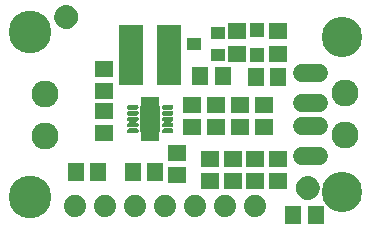
<source format=gbr>
G04 EAGLE Gerber RS-274X export*
G75*
%MOMM*%
%FSLAX34Y34*%
%LPD*%
%INSoldermask Top*%
%IPPOS*%
%AMOC8*
5,1,8,0,0,1.08239X$1,22.5*%
G01*
%ADD10R,0.331600X0.901600*%
%ADD11R,2.101600X5.101600*%
%ADD12R,1.601600X1.401600*%
%ADD13R,1.401600X1.601600*%
%ADD14R,1.301600X1.301600*%
%ADD15C,1.101600*%
%ADD16C,0.500000*%
%ADD17C,3.617600*%
%ADD18C,2.286000*%
%ADD19R,1.301600X1.101600*%
%ADD20C,1.559600*%
%ADD21C,3.417600*%
%ADD22C,1.879600*%

G36*
X134405Y72639D02*
X134405Y72639D01*
X134405Y72640D01*
X134405Y80435D01*
X135700Y80435D01*
X135705Y80439D01*
X135705Y80440D01*
X135705Y102440D01*
X135701Y102445D01*
X135700Y102445D01*
X134405Y102445D01*
X134405Y110240D01*
X134401Y110245D01*
X134400Y110245D01*
X119600Y110245D01*
X119595Y110241D01*
X119595Y110240D01*
X119595Y102445D01*
X118300Y102445D01*
X118295Y102441D01*
X118295Y102440D01*
X118295Y80440D01*
X118299Y80435D01*
X118300Y80435D01*
X119595Y80435D01*
X119595Y72640D01*
X119599Y72635D01*
X119600Y72635D01*
X134400Y72635D01*
X134405Y72639D01*
G37*
G36*
X115000Y99335D02*
X115000Y99335D01*
X115001Y99335D01*
X115570Y99410D01*
X115571Y99411D01*
X115571Y99410D01*
X116102Y99630D01*
X116102Y99631D01*
X116103Y99631D01*
X116559Y99980D01*
X116559Y99981D01*
X116560Y99981D01*
X116909Y100437D01*
X116909Y100438D01*
X116910Y100438D01*
X117130Y100969D01*
X117129Y100969D01*
X117129Y100970D01*
X117130Y100970D01*
X117131Y100974D01*
X117131Y100979D01*
X117132Y100984D01*
X117132Y100989D01*
X117133Y100989D01*
X117132Y100989D01*
X117140Y101044D01*
X117140Y101049D01*
X117141Y101054D01*
X117142Y101059D01*
X117142Y101063D01*
X117142Y101064D01*
X117149Y101118D01*
X117150Y101118D01*
X117150Y101123D01*
X117151Y101128D01*
X117151Y101133D01*
X117152Y101138D01*
X117153Y101143D01*
X117159Y101193D01*
X117160Y101198D01*
X117161Y101203D01*
X117161Y101208D01*
X117162Y101213D01*
X117163Y101218D01*
X117169Y101267D01*
X117170Y101272D01*
X117170Y101277D01*
X117171Y101282D01*
X117172Y101287D01*
X117172Y101292D01*
X117180Y101347D01*
X117180Y101352D01*
X117181Y101357D01*
X117182Y101362D01*
X117182Y101367D01*
X117189Y101421D01*
X117190Y101426D01*
X117191Y101431D01*
X117191Y101436D01*
X117192Y101441D01*
X117199Y101496D01*
X117200Y101501D01*
X117201Y101506D01*
X117201Y101511D01*
X117202Y101516D01*
X117202Y101521D01*
X117203Y101521D01*
X117202Y101521D01*
X117205Y101539D01*
X117204Y101540D01*
X117205Y101541D01*
X117137Y102058D01*
X117136Y102059D01*
X117136Y102060D01*
X116937Y102542D01*
X116936Y102542D01*
X116936Y102543D01*
X116618Y102957D01*
X116617Y102957D01*
X116617Y102958D01*
X116203Y103276D01*
X116202Y103276D01*
X116202Y103277D01*
X115720Y103476D01*
X115719Y103476D01*
X115718Y103477D01*
X115201Y103545D01*
X115200Y103545D01*
X109400Y103545D01*
X109399Y103545D01*
X108856Y103473D01*
X108855Y103473D01*
X108348Y103263D01*
X108348Y103262D01*
X108347Y103263D01*
X107912Y102929D01*
X107912Y102928D01*
X107911Y102928D01*
X107577Y102493D01*
X107577Y102492D01*
X107367Y101985D01*
X107367Y101984D01*
X107362Y101949D01*
X107361Y101944D01*
X107361Y101939D01*
X107360Y101934D01*
X107359Y101929D01*
X107359Y101924D01*
X107352Y101875D01*
X107352Y101870D01*
X107351Y101865D01*
X107350Y101860D01*
X107350Y101855D01*
X107349Y101850D01*
X107342Y101800D01*
X107342Y101795D01*
X107341Y101790D01*
X107340Y101785D01*
X107340Y101780D01*
X107339Y101775D01*
X107332Y101721D01*
X107331Y101716D01*
X107331Y101711D01*
X107330Y101706D01*
X107329Y101701D01*
X107322Y101646D01*
X107321Y101641D01*
X107321Y101636D01*
X107320Y101631D01*
X107320Y101626D01*
X107319Y101626D01*
X107320Y101626D01*
X107312Y101572D01*
X107312Y101567D01*
X107311Y101562D01*
X107310Y101557D01*
X107310Y101552D01*
X107309Y101547D01*
X107303Y101497D01*
X107302Y101497D01*
X107302Y101492D01*
X107301Y101487D01*
X107301Y101482D01*
X107300Y101477D01*
X107299Y101472D01*
X107295Y101441D01*
X107296Y101440D01*
X107295Y101439D01*
X107367Y100896D01*
X107367Y100895D01*
X107577Y100388D01*
X107578Y100388D01*
X107577Y100387D01*
X107911Y99952D01*
X107912Y99952D01*
X107912Y99951D01*
X108347Y99617D01*
X108348Y99617D01*
X108855Y99407D01*
X108856Y99407D01*
X109399Y99335D01*
X109400Y99335D01*
X115000Y99335D01*
X115000Y99335D01*
G37*
G36*
X144500Y99335D02*
X144500Y99335D01*
X144501Y99335D01*
X145070Y99410D01*
X145071Y99411D01*
X145071Y99410D01*
X145602Y99630D01*
X145602Y99631D01*
X145603Y99631D01*
X146059Y99980D01*
X146059Y99981D01*
X146060Y99981D01*
X146409Y100437D01*
X146409Y100438D01*
X146410Y100438D01*
X146630Y100969D01*
X146629Y100969D01*
X146629Y100970D01*
X146630Y100970D01*
X146631Y100974D01*
X146631Y100979D01*
X146632Y100984D01*
X146632Y100989D01*
X146633Y100989D01*
X146632Y100989D01*
X146640Y101044D01*
X146640Y101049D01*
X146641Y101054D01*
X146642Y101059D01*
X146642Y101063D01*
X146642Y101064D01*
X146649Y101118D01*
X146650Y101118D01*
X146650Y101123D01*
X146651Y101128D01*
X146651Y101133D01*
X146652Y101138D01*
X146653Y101143D01*
X146659Y101193D01*
X146660Y101198D01*
X146661Y101203D01*
X146661Y101208D01*
X146662Y101213D01*
X146663Y101218D01*
X146669Y101267D01*
X146670Y101272D01*
X146670Y101277D01*
X146671Y101282D01*
X146672Y101287D01*
X146672Y101292D01*
X146680Y101347D01*
X146680Y101352D01*
X146681Y101357D01*
X146682Y101362D01*
X146682Y101367D01*
X146689Y101421D01*
X146690Y101426D01*
X146691Y101431D01*
X146691Y101436D01*
X146692Y101441D01*
X146699Y101496D01*
X146700Y101501D01*
X146701Y101506D01*
X146701Y101511D01*
X146702Y101516D01*
X146702Y101521D01*
X146703Y101521D01*
X146702Y101521D01*
X146705Y101539D01*
X146704Y101540D01*
X146705Y101541D01*
X146637Y102058D01*
X146636Y102059D01*
X146636Y102060D01*
X146437Y102542D01*
X146436Y102542D01*
X146436Y102543D01*
X146118Y102957D01*
X146117Y102957D01*
X146117Y102958D01*
X145703Y103276D01*
X145702Y103276D01*
X145702Y103277D01*
X145220Y103476D01*
X145219Y103476D01*
X145218Y103477D01*
X144701Y103545D01*
X144700Y103545D01*
X138900Y103545D01*
X138899Y103545D01*
X138356Y103473D01*
X138355Y103473D01*
X137848Y103263D01*
X137848Y103262D01*
X137847Y103263D01*
X137412Y102929D01*
X137412Y102928D01*
X137411Y102928D01*
X137077Y102493D01*
X137077Y102492D01*
X136867Y101985D01*
X136867Y101984D01*
X136862Y101949D01*
X136861Y101944D01*
X136861Y101939D01*
X136860Y101934D01*
X136859Y101929D01*
X136859Y101924D01*
X136852Y101875D01*
X136852Y101870D01*
X136851Y101865D01*
X136850Y101860D01*
X136850Y101855D01*
X136849Y101850D01*
X136842Y101800D01*
X136842Y101795D01*
X136841Y101790D01*
X136840Y101785D01*
X136840Y101780D01*
X136839Y101775D01*
X136832Y101721D01*
X136831Y101716D01*
X136831Y101711D01*
X136830Y101706D01*
X136829Y101701D01*
X136822Y101646D01*
X136821Y101641D01*
X136821Y101636D01*
X136820Y101631D01*
X136820Y101626D01*
X136819Y101626D01*
X136820Y101626D01*
X136812Y101572D01*
X136812Y101567D01*
X136811Y101562D01*
X136810Y101557D01*
X136810Y101552D01*
X136809Y101547D01*
X136803Y101497D01*
X136802Y101497D01*
X136802Y101492D01*
X136801Y101487D01*
X136801Y101482D01*
X136800Y101477D01*
X136799Y101472D01*
X136795Y101441D01*
X136796Y101440D01*
X136795Y101439D01*
X136867Y100896D01*
X136867Y100895D01*
X137077Y100388D01*
X137078Y100388D01*
X137077Y100387D01*
X137411Y99952D01*
X137412Y99952D01*
X137412Y99951D01*
X137847Y99617D01*
X137848Y99617D01*
X138355Y99407D01*
X138356Y99407D01*
X138899Y99335D01*
X138900Y99335D01*
X144500Y99335D01*
X144500Y99335D01*
G37*
G36*
X115000Y94335D02*
X115000Y94335D01*
X115001Y94335D01*
X115570Y94410D01*
X115571Y94411D01*
X115571Y94410D01*
X116102Y94630D01*
X116102Y94631D01*
X116103Y94631D01*
X116559Y94980D01*
X116559Y94981D01*
X116560Y94981D01*
X116909Y95437D01*
X116909Y95438D01*
X116910Y95438D01*
X117130Y95969D01*
X117129Y95969D01*
X117129Y95970D01*
X117130Y95970D01*
X117131Y95974D01*
X117131Y95979D01*
X117132Y95984D01*
X117132Y95989D01*
X117133Y95989D01*
X117132Y95989D01*
X117140Y96044D01*
X117140Y96049D01*
X117141Y96054D01*
X117142Y96059D01*
X117142Y96063D01*
X117142Y96064D01*
X117149Y96118D01*
X117150Y96118D01*
X117150Y96123D01*
X117151Y96128D01*
X117151Y96133D01*
X117152Y96138D01*
X117153Y96143D01*
X117159Y96193D01*
X117160Y96198D01*
X117161Y96203D01*
X117161Y96208D01*
X117162Y96213D01*
X117163Y96218D01*
X117169Y96267D01*
X117170Y96272D01*
X117170Y96277D01*
X117171Y96282D01*
X117172Y96287D01*
X117172Y96292D01*
X117180Y96347D01*
X117180Y96352D01*
X117181Y96357D01*
X117182Y96362D01*
X117182Y96367D01*
X117189Y96421D01*
X117190Y96426D01*
X117191Y96431D01*
X117191Y96436D01*
X117192Y96441D01*
X117199Y96496D01*
X117200Y96501D01*
X117201Y96506D01*
X117201Y96511D01*
X117202Y96516D01*
X117202Y96521D01*
X117203Y96521D01*
X117202Y96521D01*
X117205Y96539D01*
X117204Y96540D01*
X117205Y96541D01*
X117137Y97058D01*
X117136Y97059D01*
X117136Y97060D01*
X116937Y97542D01*
X116936Y97542D01*
X116936Y97543D01*
X116618Y97957D01*
X116617Y97957D01*
X116617Y97958D01*
X116203Y98276D01*
X116202Y98276D01*
X116202Y98277D01*
X115720Y98476D01*
X115719Y98476D01*
X115718Y98477D01*
X115201Y98545D01*
X115200Y98545D01*
X109400Y98545D01*
X109399Y98545D01*
X108856Y98473D01*
X108855Y98473D01*
X108348Y98263D01*
X108348Y98262D01*
X108347Y98263D01*
X107912Y97929D01*
X107912Y97928D01*
X107911Y97928D01*
X107577Y97493D01*
X107577Y97492D01*
X107367Y96985D01*
X107367Y96984D01*
X107362Y96949D01*
X107361Y96944D01*
X107361Y96939D01*
X107360Y96934D01*
X107359Y96929D01*
X107359Y96924D01*
X107352Y96875D01*
X107352Y96870D01*
X107351Y96865D01*
X107350Y96860D01*
X107350Y96855D01*
X107349Y96850D01*
X107342Y96800D01*
X107342Y96795D01*
X107341Y96790D01*
X107340Y96785D01*
X107340Y96780D01*
X107339Y96775D01*
X107332Y96721D01*
X107331Y96716D01*
X107331Y96711D01*
X107330Y96706D01*
X107329Y96701D01*
X107322Y96646D01*
X107321Y96641D01*
X107321Y96636D01*
X107320Y96631D01*
X107320Y96626D01*
X107319Y96626D01*
X107320Y96626D01*
X107312Y96572D01*
X107312Y96567D01*
X107311Y96562D01*
X107310Y96557D01*
X107310Y96552D01*
X107309Y96547D01*
X107303Y96497D01*
X107302Y96497D01*
X107302Y96492D01*
X107301Y96487D01*
X107301Y96482D01*
X107300Y96477D01*
X107299Y96472D01*
X107295Y96441D01*
X107296Y96440D01*
X107295Y96439D01*
X107367Y95896D01*
X107367Y95895D01*
X107577Y95388D01*
X107578Y95388D01*
X107577Y95387D01*
X107911Y94952D01*
X107912Y94952D01*
X107912Y94951D01*
X108347Y94617D01*
X108348Y94617D01*
X108855Y94407D01*
X108856Y94407D01*
X109399Y94335D01*
X109400Y94335D01*
X115000Y94335D01*
X115000Y94335D01*
G37*
G36*
X144500Y94335D02*
X144500Y94335D01*
X144501Y94335D01*
X145070Y94410D01*
X145071Y94411D01*
X145071Y94410D01*
X145602Y94630D01*
X145602Y94631D01*
X145603Y94631D01*
X146059Y94980D01*
X146059Y94981D01*
X146060Y94981D01*
X146409Y95437D01*
X146409Y95438D01*
X146410Y95438D01*
X146630Y95969D01*
X146629Y95969D01*
X146629Y95970D01*
X146630Y95970D01*
X146631Y95974D01*
X146631Y95979D01*
X146632Y95984D01*
X146632Y95989D01*
X146633Y95989D01*
X146632Y95989D01*
X146640Y96044D01*
X146640Y96049D01*
X146641Y96054D01*
X146642Y96059D01*
X146642Y96063D01*
X146642Y96064D01*
X146649Y96118D01*
X146650Y96118D01*
X146650Y96123D01*
X146651Y96128D01*
X146651Y96133D01*
X146652Y96138D01*
X146653Y96143D01*
X146659Y96193D01*
X146660Y96198D01*
X146661Y96203D01*
X146661Y96208D01*
X146662Y96213D01*
X146663Y96218D01*
X146669Y96267D01*
X146670Y96272D01*
X146670Y96277D01*
X146671Y96282D01*
X146672Y96287D01*
X146672Y96292D01*
X146680Y96347D01*
X146680Y96352D01*
X146681Y96357D01*
X146682Y96362D01*
X146682Y96367D01*
X146689Y96421D01*
X146690Y96426D01*
X146691Y96431D01*
X146691Y96436D01*
X146692Y96441D01*
X146699Y96496D01*
X146700Y96501D01*
X146701Y96506D01*
X146701Y96511D01*
X146702Y96516D01*
X146702Y96521D01*
X146703Y96521D01*
X146702Y96521D01*
X146705Y96539D01*
X146704Y96540D01*
X146705Y96541D01*
X146637Y97058D01*
X146636Y97059D01*
X146636Y97060D01*
X146437Y97542D01*
X146436Y97542D01*
X146436Y97543D01*
X146118Y97957D01*
X146117Y97957D01*
X146117Y97958D01*
X145703Y98276D01*
X145702Y98276D01*
X145702Y98277D01*
X145220Y98476D01*
X145219Y98476D01*
X145218Y98477D01*
X144701Y98545D01*
X144700Y98545D01*
X138900Y98545D01*
X138899Y98545D01*
X138356Y98473D01*
X138355Y98473D01*
X137848Y98263D01*
X137848Y98262D01*
X137847Y98263D01*
X137412Y97929D01*
X137412Y97928D01*
X137411Y97928D01*
X137077Y97493D01*
X137077Y97492D01*
X136867Y96985D01*
X136867Y96984D01*
X136862Y96949D01*
X136861Y96944D01*
X136861Y96939D01*
X136860Y96934D01*
X136859Y96929D01*
X136859Y96924D01*
X136852Y96875D01*
X136852Y96870D01*
X136851Y96865D01*
X136850Y96860D01*
X136850Y96855D01*
X136849Y96850D01*
X136842Y96800D01*
X136842Y96795D01*
X136841Y96790D01*
X136840Y96785D01*
X136840Y96780D01*
X136839Y96775D01*
X136832Y96721D01*
X136831Y96716D01*
X136831Y96711D01*
X136830Y96706D01*
X136829Y96701D01*
X136822Y96646D01*
X136821Y96641D01*
X136821Y96636D01*
X136820Y96631D01*
X136820Y96626D01*
X136819Y96626D01*
X136820Y96626D01*
X136812Y96572D01*
X136812Y96567D01*
X136811Y96562D01*
X136810Y96557D01*
X136810Y96552D01*
X136809Y96547D01*
X136803Y96497D01*
X136802Y96497D01*
X136802Y96492D01*
X136801Y96487D01*
X136801Y96482D01*
X136800Y96477D01*
X136799Y96472D01*
X136795Y96441D01*
X136796Y96440D01*
X136795Y96439D01*
X136867Y95896D01*
X136867Y95895D01*
X137077Y95388D01*
X137078Y95388D01*
X137077Y95387D01*
X137411Y94952D01*
X137412Y94952D01*
X137412Y94951D01*
X137847Y94617D01*
X137848Y94617D01*
X138355Y94407D01*
X138356Y94407D01*
X138899Y94335D01*
X138900Y94335D01*
X144500Y94335D01*
X144500Y94335D01*
G37*
G36*
X144500Y89335D02*
X144500Y89335D01*
X144501Y89335D01*
X145070Y89410D01*
X145071Y89411D01*
X145071Y89410D01*
X145602Y89630D01*
X145602Y89631D01*
X145603Y89631D01*
X146059Y89980D01*
X146059Y89981D01*
X146060Y89981D01*
X146409Y90437D01*
X146409Y90438D01*
X146410Y90438D01*
X146630Y90969D01*
X146629Y90969D01*
X146629Y90970D01*
X146630Y90970D01*
X146631Y90974D01*
X146631Y90979D01*
X146632Y90984D01*
X146632Y90989D01*
X146633Y90989D01*
X146632Y90989D01*
X146640Y91044D01*
X146640Y91049D01*
X146641Y91054D01*
X146642Y91059D01*
X146642Y91063D01*
X146642Y91064D01*
X146649Y91118D01*
X146650Y91118D01*
X146650Y91123D01*
X146651Y91128D01*
X146651Y91133D01*
X146652Y91138D01*
X146653Y91143D01*
X146659Y91193D01*
X146660Y91198D01*
X146661Y91203D01*
X146661Y91208D01*
X146662Y91213D01*
X146663Y91218D01*
X146669Y91267D01*
X146670Y91272D01*
X146670Y91277D01*
X146671Y91282D01*
X146672Y91287D01*
X146672Y91292D01*
X146680Y91347D01*
X146680Y91352D01*
X146681Y91357D01*
X146682Y91362D01*
X146682Y91367D01*
X146689Y91421D01*
X146690Y91426D01*
X146691Y91431D01*
X146691Y91436D01*
X146692Y91441D01*
X146699Y91496D01*
X146700Y91501D01*
X146701Y91506D01*
X146701Y91511D01*
X146702Y91516D01*
X146702Y91521D01*
X146703Y91521D01*
X146702Y91521D01*
X146705Y91539D01*
X146704Y91540D01*
X146705Y91541D01*
X146637Y92058D01*
X146636Y92059D01*
X146636Y92060D01*
X146437Y92542D01*
X146436Y92542D01*
X146436Y92543D01*
X146118Y92957D01*
X146117Y92957D01*
X146117Y92958D01*
X145703Y93276D01*
X145702Y93276D01*
X145702Y93277D01*
X145220Y93476D01*
X145219Y93476D01*
X145218Y93477D01*
X144701Y93545D01*
X144700Y93545D01*
X138900Y93545D01*
X138899Y93545D01*
X138356Y93473D01*
X138355Y93473D01*
X137848Y93263D01*
X137848Y93262D01*
X137847Y93263D01*
X137412Y92929D01*
X137412Y92928D01*
X137411Y92928D01*
X137077Y92493D01*
X137077Y92492D01*
X136867Y91985D01*
X136867Y91984D01*
X136862Y91949D01*
X136861Y91944D01*
X136861Y91939D01*
X136860Y91934D01*
X136859Y91929D01*
X136859Y91924D01*
X136852Y91875D01*
X136852Y91870D01*
X136851Y91865D01*
X136850Y91860D01*
X136850Y91855D01*
X136849Y91850D01*
X136842Y91800D01*
X136842Y91795D01*
X136841Y91790D01*
X136840Y91785D01*
X136840Y91780D01*
X136839Y91775D01*
X136832Y91721D01*
X136831Y91716D01*
X136831Y91711D01*
X136830Y91706D01*
X136829Y91701D01*
X136822Y91646D01*
X136821Y91641D01*
X136821Y91636D01*
X136820Y91631D01*
X136820Y91626D01*
X136819Y91626D01*
X136820Y91626D01*
X136812Y91572D01*
X136812Y91567D01*
X136811Y91562D01*
X136810Y91557D01*
X136810Y91552D01*
X136809Y91547D01*
X136803Y91497D01*
X136802Y91497D01*
X136802Y91492D01*
X136801Y91487D01*
X136801Y91482D01*
X136800Y91477D01*
X136799Y91472D01*
X136795Y91441D01*
X136796Y91440D01*
X136795Y91439D01*
X136867Y90896D01*
X136867Y90895D01*
X137077Y90388D01*
X137078Y90388D01*
X137077Y90387D01*
X137411Y89952D01*
X137412Y89952D01*
X137412Y89951D01*
X137847Y89617D01*
X137848Y89617D01*
X138355Y89407D01*
X138356Y89407D01*
X138899Y89335D01*
X138900Y89335D01*
X144500Y89335D01*
X144500Y89335D01*
G37*
G36*
X115000Y89335D02*
X115000Y89335D01*
X115001Y89335D01*
X115570Y89410D01*
X115571Y89411D01*
X115571Y89410D01*
X116102Y89630D01*
X116102Y89631D01*
X116103Y89631D01*
X116559Y89980D01*
X116559Y89981D01*
X116560Y89981D01*
X116909Y90437D01*
X116909Y90438D01*
X116910Y90438D01*
X117130Y90969D01*
X117129Y90969D01*
X117129Y90970D01*
X117130Y90970D01*
X117131Y90974D01*
X117131Y90979D01*
X117132Y90984D01*
X117132Y90989D01*
X117133Y90989D01*
X117132Y90989D01*
X117140Y91044D01*
X117140Y91049D01*
X117141Y91054D01*
X117142Y91059D01*
X117142Y91063D01*
X117142Y91064D01*
X117149Y91118D01*
X117150Y91118D01*
X117150Y91123D01*
X117151Y91128D01*
X117151Y91133D01*
X117152Y91138D01*
X117153Y91143D01*
X117159Y91193D01*
X117160Y91198D01*
X117161Y91203D01*
X117161Y91208D01*
X117162Y91213D01*
X117163Y91218D01*
X117169Y91267D01*
X117170Y91272D01*
X117170Y91277D01*
X117171Y91282D01*
X117172Y91287D01*
X117172Y91292D01*
X117180Y91347D01*
X117180Y91352D01*
X117181Y91357D01*
X117182Y91362D01*
X117182Y91367D01*
X117189Y91421D01*
X117190Y91426D01*
X117191Y91431D01*
X117191Y91436D01*
X117192Y91441D01*
X117199Y91496D01*
X117200Y91501D01*
X117201Y91506D01*
X117201Y91511D01*
X117202Y91516D01*
X117202Y91521D01*
X117203Y91521D01*
X117202Y91521D01*
X117205Y91539D01*
X117204Y91540D01*
X117205Y91541D01*
X117137Y92058D01*
X117136Y92059D01*
X117136Y92060D01*
X116937Y92542D01*
X116936Y92542D01*
X116936Y92543D01*
X116618Y92957D01*
X116617Y92957D01*
X116617Y92958D01*
X116203Y93276D01*
X116202Y93276D01*
X116202Y93277D01*
X115720Y93476D01*
X115719Y93476D01*
X115718Y93477D01*
X115201Y93545D01*
X115200Y93545D01*
X109400Y93545D01*
X109399Y93545D01*
X108856Y93473D01*
X108855Y93473D01*
X108348Y93263D01*
X108348Y93262D01*
X108347Y93263D01*
X107912Y92929D01*
X107912Y92928D01*
X107911Y92928D01*
X107577Y92493D01*
X107577Y92492D01*
X107367Y91985D01*
X107367Y91984D01*
X107362Y91949D01*
X107361Y91944D01*
X107361Y91939D01*
X107360Y91934D01*
X107359Y91929D01*
X107359Y91924D01*
X107352Y91875D01*
X107352Y91870D01*
X107351Y91865D01*
X107350Y91860D01*
X107350Y91855D01*
X107349Y91850D01*
X107342Y91800D01*
X107342Y91795D01*
X107341Y91790D01*
X107340Y91785D01*
X107340Y91780D01*
X107339Y91775D01*
X107332Y91721D01*
X107331Y91716D01*
X107331Y91711D01*
X107330Y91706D01*
X107329Y91701D01*
X107322Y91646D01*
X107321Y91641D01*
X107321Y91636D01*
X107320Y91631D01*
X107320Y91626D01*
X107319Y91626D01*
X107320Y91626D01*
X107312Y91572D01*
X107312Y91567D01*
X107311Y91562D01*
X107310Y91557D01*
X107310Y91552D01*
X107309Y91547D01*
X107303Y91497D01*
X107302Y91497D01*
X107302Y91492D01*
X107301Y91487D01*
X107301Y91482D01*
X107300Y91477D01*
X107299Y91472D01*
X107295Y91441D01*
X107296Y91440D01*
X107295Y91439D01*
X107367Y90896D01*
X107367Y90895D01*
X107577Y90388D01*
X107578Y90388D01*
X107577Y90387D01*
X107911Y89952D01*
X107912Y89952D01*
X107912Y89951D01*
X108347Y89617D01*
X108348Y89617D01*
X108855Y89407D01*
X108856Y89407D01*
X109399Y89335D01*
X109400Y89335D01*
X115000Y89335D01*
X115000Y89335D01*
G37*
G36*
X115000Y84335D02*
X115000Y84335D01*
X115001Y84335D01*
X115570Y84410D01*
X115571Y84411D01*
X115571Y84410D01*
X116102Y84630D01*
X116102Y84631D01*
X116103Y84631D01*
X116559Y84980D01*
X116559Y84981D01*
X116560Y84981D01*
X116909Y85437D01*
X116909Y85438D01*
X116910Y85438D01*
X117130Y85969D01*
X117129Y85969D01*
X117129Y85970D01*
X117130Y85970D01*
X117131Y85974D01*
X117131Y85979D01*
X117132Y85984D01*
X117132Y85989D01*
X117133Y85989D01*
X117132Y85989D01*
X117140Y86044D01*
X117140Y86049D01*
X117141Y86054D01*
X117142Y86059D01*
X117142Y86063D01*
X117142Y86064D01*
X117149Y86118D01*
X117150Y86118D01*
X117150Y86123D01*
X117151Y86128D01*
X117151Y86133D01*
X117152Y86138D01*
X117153Y86143D01*
X117159Y86193D01*
X117160Y86198D01*
X117161Y86203D01*
X117161Y86208D01*
X117162Y86213D01*
X117163Y86218D01*
X117169Y86267D01*
X117170Y86272D01*
X117170Y86277D01*
X117171Y86282D01*
X117172Y86287D01*
X117172Y86292D01*
X117180Y86347D01*
X117180Y86352D01*
X117181Y86357D01*
X117182Y86362D01*
X117182Y86367D01*
X117189Y86421D01*
X117190Y86426D01*
X117191Y86431D01*
X117191Y86436D01*
X117192Y86441D01*
X117199Y86496D01*
X117200Y86501D01*
X117201Y86506D01*
X117201Y86511D01*
X117202Y86516D01*
X117202Y86521D01*
X117203Y86521D01*
X117202Y86521D01*
X117205Y86539D01*
X117204Y86540D01*
X117205Y86541D01*
X117137Y87058D01*
X117136Y87059D01*
X117136Y87060D01*
X116937Y87542D01*
X116936Y87542D01*
X116936Y87543D01*
X116618Y87957D01*
X116617Y87957D01*
X116617Y87958D01*
X116203Y88276D01*
X116202Y88276D01*
X116202Y88277D01*
X115720Y88476D01*
X115719Y88476D01*
X115718Y88477D01*
X115201Y88545D01*
X115200Y88545D01*
X109400Y88545D01*
X109399Y88545D01*
X108856Y88473D01*
X108855Y88473D01*
X108348Y88263D01*
X108348Y88262D01*
X108347Y88263D01*
X107912Y87929D01*
X107912Y87928D01*
X107911Y87928D01*
X107577Y87493D01*
X107577Y87492D01*
X107367Y86985D01*
X107367Y86984D01*
X107362Y86949D01*
X107361Y86944D01*
X107361Y86939D01*
X107360Y86934D01*
X107359Y86929D01*
X107359Y86924D01*
X107352Y86875D01*
X107352Y86870D01*
X107351Y86865D01*
X107350Y86860D01*
X107350Y86855D01*
X107349Y86850D01*
X107342Y86800D01*
X107342Y86795D01*
X107341Y86790D01*
X107340Y86785D01*
X107340Y86780D01*
X107339Y86775D01*
X107332Y86721D01*
X107331Y86716D01*
X107331Y86711D01*
X107330Y86706D01*
X107329Y86701D01*
X107322Y86646D01*
X107321Y86641D01*
X107321Y86636D01*
X107320Y86631D01*
X107320Y86626D01*
X107319Y86626D01*
X107320Y86626D01*
X107312Y86572D01*
X107312Y86567D01*
X107311Y86562D01*
X107310Y86557D01*
X107310Y86552D01*
X107309Y86547D01*
X107303Y86497D01*
X107302Y86497D01*
X107302Y86492D01*
X107301Y86487D01*
X107301Y86482D01*
X107300Y86477D01*
X107299Y86472D01*
X107295Y86441D01*
X107296Y86440D01*
X107295Y86439D01*
X107367Y85896D01*
X107367Y85895D01*
X107577Y85388D01*
X107578Y85388D01*
X107577Y85387D01*
X107911Y84952D01*
X107912Y84952D01*
X107912Y84951D01*
X108347Y84617D01*
X108348Y84617D01*
X108855Y84407D01*
X108856Y84407D01*
X109399Y84335D01*
X109400Y84335D01*
X115000Y84335D01*
X115000Y84335D01*
G37*
G36*
X144500Y84335D02*
X144500Y84335D01*
X144501Y84335D01*
X145070Y84410D01*
X145071Y84411D01*
X145071Y84410D01*
X145602Y84630D01*
X145602Y84631D01*
X145603Y84631D01*
X146059Y84980D01*
X146059Y84981D01*
X146060Y84981D01*
X146409Y85437D01*
X146409Y85438D01*
X146410Y85438D01*
X146630Y85969D01*
X146629Y85969D01*
X146629Y85970D01*
X146630Y85970D01*
X146631Y85974D01*
X146631Y85979D01*
X146632Y85984D01*
X146632Y85989D01*
X146633Y85989D01*
X146632Y85989D01*
X146640Y86044D01*
X146640Y86049D01*
X146641Y86054D01*
X146642Y86059D01*
X146642Y86063D01*
X146642Y86064D01*
X146649Y86118D01*
X146650Y86118D01*
X146650Y86123D01*
X146651Y86128D01*
X146651Y86133D01*
X146652Y86138D01*
X146653Y86143D01*
X146659Y86193D01*
X146660Y86198D01*
X146661Y86203D01*
X146661Y86208D01*
X146662Y86213D01*
X146663Y86218D01*
X146669Y86267D01*
X146670Y86272D01*
X146670Y86277D01*
X146671Y86282D01*
X146672Y86287D01*
X146672Y86292D01*
X146680Y86347D01*
X146680Y86352D01*
X146681Y86357D01*
X146682Y86362D01*
X146682Y86367D01*
X146689Y86421D01*
X146690Y86426D01*
X146691Y86431D01*
X146691Y86436D01*
X146692Y86441D01*
X146699Y86496D01*
X146700Y86501D01*
X146701Y86506D01*
X146701Y86511D01*
X146702Y86516D01*
X146702Y86521D01*
X146703Y86521D01*
X146702Y86521D01*
X146705Y86539D01*
X146704Y86540D01*
X146705Y86541D01*
X146637Y87058D01*
X146636Y87059D01*
X146636Y87060D01*
X146437Y87542D01*
X146436Y87542D01*
X146436Y87543D01*
X146118Y87957D01*
X146117Y87957D01*
X146117Y87958D01*
X145703Y88276D01*
X145702Y88276D01*
X145702Y88277D01*
X145220Y88476D01*
X145219Y88476D01*
X145218Y88477D01*
X144701Y88545D01*
X144700Y88545D01*
X138900Y88545D01*
X138899Y88545D01*
X138356Y88473D01*
X138355Y88473D01*
X137848Y88263D01*
X137848Y88262D01*
X137847Y88263D01*
X137412Y87929D01*
X137412Y87928D01*
X137411Y87928D01*
X137077Y87493D01*
X137077Y87492D01*
X136867Y86985D01*
X136867Y86984D01*
X136862Y86949D01*
X136861Y86944D01*
X136861Y86939D01*
X136860Y86934D01*
X136859Y86929D01*
X136859Y86924D01*
X136852Y86875D01*
X136852Y86870D01*
X136851Y86865D01*
X136850Y86860D01*
X136850Y86855D01*
X136849Y86850D01*
X136842Y86800D01*
X136842Y86795D01*
X136841Y86790D01*
X136840Y86785D01*
X136840Y86780D01*
X136839Y86775D01*
X136832Y86721D01*
X136831Y86716D01*
X136831Y86711D01*
X136830Y86706D01*
X136829Y86701D01*
X136822Y86646D01*
X136821Y86641D01*
X136821Y86636D01*
X136820Y86631D01*
X136820Y86626D01*
X136819Y86626D01*
X136820Y86626D01*
X136812Y86572D01*
X136812Y86567D01*
X136811Y86562D01*
X136810Y86557D01*
X136810Y86552D01*
X136809Y86547D01*
X136803Y86497D01*
X136802Y86497D01*
X136802Y86492D01*
X136801Y86487D01*
X136801Y86482D01*
X136800Y86477D01*
X136799Y86472D01*
X136795Y86441D01*
X136796Y86440D01*
X136795Y86439D01*
X136867Y85896D01*
X136867Y85895D01*
X137077Y85388D01*
X137078Y85388D01*
X137077Y85387D01*
X137411Y84952D01*
X137412Y84952D01*
X137412Y84951D01*
X137847Y84617D01*
X137848Y84617D01*
X138355Y84407D01*
X138356Y84407D01*
X138899Y84335D01*
X138900Y84335D01*
X144500Y84335D01*
X144500Y84335D01*
G37*
G36*
X115000Y79335D02*
X115000Y79335D01*
X115001Y79335D01*
X115570Y79410D01*
X115571Y79411D01*
X115571Y79410D01*
X116102Y79630D01*
X116102Y79631D01*
X116103Y79631D01*
X116559Y79980D01*
X116559Y79981D01*
X116560Y79981D01*
X116909Y80437D01*
X116909Y80438D01*
X116910Y80438D01*
X117130Y80969D01*
X117129Y80969D01*
X117129Y80970D01*
X117130Y80970D01*
X117131Y80974D01*
X117131Y80979D01*
X117132Y80984D01*
X117132Y80989D01*
X117133Y80989D01*
X117132Y80989D01*
X117140Y81044D01*
X117140Y81049D01*
X117141Y81054D01*
X117142Y81059D01*
X117142Y81063D01*
X117142Y81064D01*
X117149Y81118D01*
X117150Y81118D01*
X117150Y81123D01*
X117151Y81128D01*
X117151Y81133D01*
X117152Y81138D01*
X117153Y81143D01*
X117159Y81193D01*
X117160Y81198D01*
X117161Y81203D01*
X117161Y81208D01*
X117162Y81213D01*
X117163Y81218D01*
X117169Y81267D01*
X117170Y81272D01*
X117170Y81277D01*
X117171Y81282D01*
X117172Y81287D01*
X117172Y81292D01*
X117180Y81347D01*
X117180Y81352D01*
X117181Y81357D01*
X117182Y81362D01*
X117182Y81367D01*
X117189Y81421D01*
X117190Y81426D01*
X117191Y81431D01*
X117191Y81436D01*
X117192Y81441D01*
X117199Y81496D01*
X117200Y81501D01*
X117201Y81506D01*
X117201Y81511D01*
X117202Y81516D01*
X117202Y81521D01*
X117203Y81521D01*
X117202Y81521D01*
X117205Y81539D01*
X117204Y81540D01*
X117205Y81541D01*
X117137Y82058D01*
X117136Y82059D01*
X117136Y82060D01*
X116937Y82542D01*
X116936Y82542D01*
X116936Y82543D01*
X116618Y82957D01*
X116617Y82957D01*
X116617Y82958D01*
X116203Y83276D01*
X116202Y83276D01*
X116202Y83277D01*
X115720Y83476D01*
X115719Y83476D01*
X115718Y83477D01*
X115201Y83545D01*
X115200Y83545D01*
X109400Y83545D01*
X109399Y83545D01*
X108856Y83473D01*
X108855Y83473D01*
X108348Y83263D01*
X108348Y83262D01*
X108347Y83263D01*
X107912Y82929D01*
X107912Y82928D01*
X107911Y82928D01*
X107577Y82493D01*
X107577Y82492D01*
X107367Y81985D01*
X107367Y81984D01*
X107362Y81949D01*
X107361Y81944D01*
X107361Y81939D01*
X107360Y81934D01*
X107359Y81929D01*
X107359Y81924D01*
X107352Y81875D01*
X107352Y81870D01*
X107351Y81865D01*
X107350Y81860D01*
X107350Y81855D01*
X107349Y81850D01*
X107342Y81800D01*
X107342Y81795D01*
X107341Y81790D01*
X107340Y81785D01*
X107340Y81780D01*
X107339Y81775D01*
X107332Y81721D01*
X107331Y81716D01*
X107331Y81711D01*
X107330Y81706D01*
X107329Y81701D01*
X107322Y81646D01*
X107321Y81641D01*
X107321Y81636D01*
X107320Y81631D01*
X107320Y81626D01*
X107319Y81626D01*
X107320Y81626D01*
X107312Y81572D01*
X107312Y81567D01*
X107311Y81562D01*
X107310Y81557D01*
X107310Y81552D01*
X107309Y81547D01*
X107303Y81497D01*
X107302Y81497D01*
X107302Y81492D01*
X107301Y81487D01*
X107301Y81482D01*
X107300Y81477D01*
X107299Y81472D01*
X107295Y81441D01*
X107296Y81440D01*
X107295Y81439D01*
X107367Y80896D01*
X107367Y80895D01*
X107577Y80388D01*
X107578Y80388D01*
X107577Y80387D01*
X107911Y79952D01*
X107912Y79952D01*
X107912Y79951D01*
X108347Y79617D01*
X108348Y79617D01*
X108855Y79407D01*
X108856Y79407D01*
X109399Y79335D01*
X109400Y79335D01*
X115000Y79335D01*
X115000Y79335D01*
G37*
G36*
X144500Y79335D02*
X144500Y79335D01*
X144501Y79335D01*
X145070Y79410D01*
X145071Y79411D01*
X145071Y79410D01*
X145602Y79630D01*
X145602Y79631D01*
X145603Y79631D01*
X146059Y79980D01*
X146059Y79981D01*
X146060Y79981D01*
X146409Y80437D01*
X146409Y80438D01*
X146410Y80438D01*
X146630Y80969D01*
X146629Y80969D01*
X146629Y80970D01*
X146630Y80970D01*
X146631Y80974D01*
X146631Y80979D01*
X146632Y80984D01*
X146632Y80989D01*
X146633Y80989D01*
X146632Y80989D01*
X146640Y81044D01*
X146640Y81049D01*
X146641Y81054D01*
X146642Y81059D01*
X146642Y81063D01*
X146642Y81064D01*
X146649Y81118D01*
X146650Y81118D01*
X146650Y81123D01*
X146651Y81128D01*
X146651Y81133D01*
X146652Y81138D01*
X146653Y81143D01*
X146659Y81193D01*
X146660Y81198D01*
X146661Y81203D01*
X146661Y81208D01*
X146662Y81213D01*
X146663Y81218D01*
X146669Y81267D01*
X146670Y81272D01*
X146670Y81277D01*
X146671Y81282D01*
X146672Y81287D01*
X146672Y81292D01*
X146680Y81347D01*
X146680Y81352D01*
X146681Y81357D01*
X146682Y81362D01*
X146682Y81367D01*
X146689Y81421D01*
X146690Y81426D01*
X146691Y81431D01*
X146691Y81436D01*
X146692Y81441D01*
X146699Y81496D01*
X146700Y81501D01*
X146701Y81506D01*
X146701Y81511D01*
X146702Y81516D01*
X146702Y81521D01*
X146703Y81521D01*
X146702Y81521D01*
X146705Y81539D01*
X146704Y81540D01*
X146705Y81541D01*
X146637Y82058D01*
X146636Y82059D01*
X146636Y82060D01*
X146437Y82542D01*
X146436Y82542D01*
X146436Y82543D01*
X146118Y82957D01*
X146117Y82957D01*
X146117Y82958D01*
X145703Y83276D01*
X145702Y83276D01*
X145702Y83277D01*
X145220Y83476D01*
X145219Y83476D01*
X145218Y83477D01*
X144701Y83545D01*
X144700Y83545D01*
X138900Y83545D01*
X138899Y83545D01*
X138356Y83473D01*
X138355Y83473D01*
X137848Y83263D01*
X137848Y83262D01*
X137847Y83263D01*
X137412Y82929D01*
X137412Y82928D01*
X137411Y82928D01*
X137077Y82493D01*
X137077Y82492D01*
X136867Y81985D01*
X136867Y81984D01*
X136862Y81949D01*
X136861Y81944D01*
X136861Y81939D01*
X136860Y81934D01*
X136859Y81929D01*
X136859Y81924D01*
X136852Y81875D01*
X136852Y81870D01*
X136851Y81865D01*
X136850Y81860D01*
X136850Y81855D01*
X136849Y81850D01*
X136842Y81800D01*
X136842Y81795D01*
X136841Y81790D01*
X136840Y81785D01*
X136840Y81780D01*
X136839Y81775D01*
X136832Y81721D01*
X136831Y81716D01*
X136831Y81711D01*
X136830Y81706D01*
X136829Y81701D01*
X136822Y81646D01*
X136821Y81641D01*
X136821Y81636D01*
X136820Y81631D01*
X136820Y81626D01*
X136819Y81626D01*
X136820Y81626D01*
X136812Y81572D01*
X136812Y81567D01*
X136811Y81562D01*
X136810Y81557D01*
X136810Y81552D01*
X136809Y81547D01*
X136803Y81497D01*
X136802Y81497D01*
X136802Y81492D01*
X136801Y81487D01*
X136801Y81482D01*
X136800Y81477D01*
X136799Y81472D01*
X136795Y81441D01*
X136796Y81440D01*
X136795Y81439D01*
X136867Y80896D01*
X136867Y80895D01*
X137077Y80388D01*
X137078Y80388D01*
X137077Y80387D01*
X137411Y79952D01*
X137412Y79952D01*
X137412Y79951D01*
X137847Y79617D01*
X137848Y79617D01*
X138355Y79407D01*
X138356Y79407D01*
X138899Y79335D01*
X138900Y79335D01*
X144500Y79335D01*
X144500Y79335D01*
G37*
D10*
X133000Y76840D03*
X129000Y76840D03*
X125000Y76840D03*
X121000Y76840D03*
X121000Y106040D03*
X125000Y106040D03*
X129000Y106040D03*
X133000Y106040D03*
D11*
X111000Y146050D03*
X143000Y146050D03*
D12*
X87630Y98400D03*
X87630Y79400D03*
X87630Y114960D03*
X87630Y133960D03*
X149860Y62840D03*
X149860Y43840D03*
X215900Y57760D03*
X215900Y38760D03*
X177800Y38760D03*
X177800Y57760D03*
X196850Y57760D03*
X196850Y38760D03*
D13*
X188570Y128270D03*
X169570Y128270D03*
D12*
X223520Y103480D03*
X223520Y84480D03*
X182880Y103480D03*
X182880Y84480D03*
X203200Y103480D03*
X203200Y84480D03*
D14*
X217170Y166710D03*
X217170Y145710D03*
D12*
X200660Y165710D03*
X200660Y146710D03*
D15*
X260350Y33020D03*
D16*
X260350Y40520D02*
X260169Y40518D01*
X259988Y40511D01*
X259807Y40500D01*
X259626Y40485D01*
X259446Y40465D01*
X259266Y40441D01*
X259087Y40413D01*
X258909Y40380D01*
X258732Y40343D01*
X258555Y40302D01*
X258380Y40257D01*
X258205Y40207D01*
X258032Y40153D01*
X257861Y40095D01*
X257690Y40033D01*
X257522Y39966D01*
X257355Y39896D01*
X257189Y39822D01*
X257026Y39743D01*
X256865Y39661D01*
X256705Y39575D01*
X256548Y39485D01*
X256393Y39391D01*
X256240Y39294D01*
X256090Y39192D01*
X255942Y39088D01*
X255796Y38979D01*
X255654Y38868D01*
X255514Y38752D01*
X255377Y38634D01*
X255242Y38512D01*
X255111Y38387D01*
X254983Y38259D01*
X254858Y38128D01*
X254736Y37993D01*
X254618Y37856D01*
X254502Y37716D01*
X254391Y37574D01*
X254282Y37428D01*
X254178Y37280D01*
X254076Y37130D01*
X253979Y36977D01*
X253885Y36822D01*
X253795Y36665D01*
X253709Y36505D01*
X253627Y36344D01*
X253548Y36181D01*
X253474Y36015D01*
X253404Y35848D01*
X253337Y35680D01*
X253275Y35509D01*
X253217Y35338D01*
X253163Y35165D01*
X253113Y34990D01*
X253068Y34815D01*
X253027Y34638D01*
X252990Y34461D01*
X252957Y34283D01*
X252929Y34104D01*
X252905Y33924D01*
X252885Y33744D01*
X252870Y33563D01*
X252859Y33382D01*
X252852Y33201D01*
X252850Y33020D01*
X260350Y40520D02*
X260531Y40518D01*
X260712Y40511D01*
X260893Y40500D01*
X261074Y40485D01*
X261254Y40465D01*
X261434Y40441D01*
X261613Y40413D01*
X261791Y40380D01*
X261968Y40343D01*
X262145Y40302D01*
X262320Y40257D01*
X262495Y40207D01*
X262668Y40153D01*
X262839Y40095D01*
X263010Y40033D01*
X263178Y39966D01*
X263345Y39896D01*
X263511Y39822D01*
X263674Y39743D01*
X263835Y39661D01*
X263995Y39575D01*
X264152Y39485D01*
X264307Y39391D01*
X264460Y39294D01*
X264610Y39192D01*
X264758Y39088D01*
X264904Y38979D01*
X265046Y38868D01*
X265186Y38752D01*
X265323Y38634D01*
X265458Y38512D01*
X265589Y38387D01*
X265717Y38259D01*
X265842Y38128D01*
X265964Y37993D01*
X266082Y37856D01*
X266198Y37716D01*
X266309Y37574D01*
X266418Y37428D01*
X266522Y37280D01*
X266624Y37130D01*
X266721Y36977D01*
X266815Y36822D01*
X266905Y36665D01*
X266991Y36505D01*
X267073Y36344D01*
X267152Y36181D01*
X267226Y36015D01*
X267296Y35848D01*
X267363Y35680D01*
X267425Y35509D01*
X267483Y35338D01*
X267537Y35165D01*
X267587Y34990D01*
X267632Y34815D01*
X267673Y34638D01*
X267710Y34461D01*
X267743Y34283D01*
X267771Y34104D01*
X267795Y33924D01*
X267815Y33744D01*
X267830Y33563D01*
X267841Y33382D01*
X267848Y33201D01*
X267850Y33020D01*
X267848Y32839D01*
X267841Y32658D01*
X267830Y32477D01*
X267815Y32296D01*
X267795Y32116D01*
X267771Y31936D01*
X267743Y31757D01*
X267710Y31579D01*
X267673Y31402D01*
X267632Y31225D01*
X267587Y31050D01*
X267537Y30875D01*
X267483Y30702D01*
X267425Y30531D01*
X267363Y30360D01*
X267296Y30192D01*
X267226Y30025D01*
X267152Y29859D01*
X267073Y29696D01*
X266991Y29535D01*
X266905Y29375D01*
X266815Y29218D01*
X266721Y29063D01*
X266624Y28910D01*
X266522Y28760D01*
X266418Y28612D01*
X266309Y28466D01*
X266198Y28324D01*
X266082Y28184D01*
X265964Y28047D01*
X265842Y27912D01*
X265717Y27781D01*
X265589Y27653D01*
X265458Y27528D01*
X265323Y27406D01*
X265186Y27288D01*
X265046Y27172D01*
X264904Y27061D01*
X264758Y26952D01*
X264610Y26848D01*
X264460Y26746D01*
X264307Y26649D01*
X264152Y26555D01*
X263995Y26465D01*
X263835Y26379D01*
X263674Y26297D01*
X263511Y26218D01*
X263345Y26144D01*
X263178Y26074D01*
X263010Y26007D01*
X262839Y25945D01*
X262668Y25887D01*
X262495Y25833D01*
X262320Y25783D01*
X262145Y25738D01*
X261968Y25697D01*
X261791Y25660D01*
X261613Y25627D01*
X261434Y25599D01*
X261254Y25575D01*
X261074Y25555D01*
X260893Y25540D01*
X260712Y25529D01*
X260531Y25522D01*
X260350Y25520D01*
X260169Y25522D01*
X259988Y25529D01*
X259807Y25540D01*
X259626Y25555D01*
X259446Y25575D01*
X259266Y25599D01*
X259087Y25627D01*
X258909Y25660D01*
X258732Y25697D01*
X258555Y25738D01*
X258380Y25783D01*
X258205Y25833D01*
X258032Y25887D01*
X257861Y25945D01*
X257690Y26007D01*
X257522Y26074D01*
X257355Y26144D01*
X257189Y26218D01*
X257026Y26297D01*
X256865Y26379D01*
X256705Y26465D01*
X256548Y26555D01*
X256393Y26649D01*
X256240Y26746D01*
X256090Y26848D01*
X255942Y26952D01*
X255796Y27061D01*
X255654Y27172D01*
X255514Y27288D01*
X255377Y27406D01*
X255242Y27528D01*
X255111Y27653D01*
X254983Y27781D01*
X254858Y27912D01*
X254736Y28047D01*
X254618Y28184D01*
X254502Y28324D01*
X254391Y28466D01*
X254282Y28612D01*
X254178Y28760D01*
X254076Y28910D01*
X253979Y29063D01*
X253885Y29218D01*
X253795Y29375D01*
X253709Y29535D01*
X253627Y29696D01*
X253548Y29859D01*
X253474Y30025D01*
X253404Y30192D01*
X253337Y30360D01*
X253275Y30531D01*
X253217Y30702D01*
X253163Y30875D01*
X253113Y31050D01*
X253068Y31225D01*
X253027Y31402D01*
X252990Y31579D01*
X252957Y31757D01*
X252929Y31936D01*
X252905Y32116D01*
X252885Y32296D01*
X252870Y32477D01*
X252859Y32658D01*
X252852Y32839D01*
X252850Y33020D01*
D15*
X55880Y177800D03*
D16*
X55880Y185300D02*
X55699Y185298D01*
X55518Y185291D01*
X55337Y185280D01*
X55156Y185265D01*
X54976Y185245D01*
X54796Y185221D01*
X54617Y185193D01*
X54439Y185160D01*
X54262Y185123D01*
X54085Y185082D01*
X53910Y185037D01*
X53735Y184987D01*
X53562Y184933D01*
X53391Y184875D01*
X53220Y184813D01*
X53052Y184746D01*
X52885Y184676D01*
X52719Y184602D01*
X52556Y184523D01*
X52395Y184441D01*
X52235Y184355D01*
X52078Y184265D01*
X51923Y184171D01*
X51770Y184074D01*
X51620Y183972D01*
X51472Y183868D01*
X51326Y183759D01*
X51184Y183648D01*
X51044Y183532D01*
X50907Y183414D01*
X50772Y183292D01*
X50641Y183167D01*
X50513Y183039D01*
X50388Y182908D01*
X50266Y182773D01*
X50148Y182636D01*
X50032Y182496D01*
X49921Y182354D01*
X49812Y182208D01*
X49708Y182060D01*
X49606Y181910D01*
X49509Y181757D01*
X49415Y181602D01*
X49325Y181445D01*
X49239Y181285D01*
X49157Y181124D01*
X49078Y180961D01*
X49004Y180795D01*
X48934Y180628D01*
X48867Y180460D01*
X48805Y180289D01*
X48747Y180118D01*
X48693Y179945D01*
X48643Y179770D01*
X48598Y179595D01*
X48557Y179418D01*
X48520Y179241D01*
X48487Y179063D01*
X48459Y178884D01*
X48435Y178704D01*
X48415Y178524D01*
X48400Y178343D01*
X48389Y178162D01*
X48382Y177981D01*
X48380Y177800D01*
X55880Y185300D02*
X56061Y185298D01*
X56242Y185291D01*
X56423Y185280D01*
X56604Y185265D01*
X56784Y185245D01*
X56964Y185221D01*
X57143Y185193D01*
X57321Y185160D01*
X57498Y185123D01*
X57675Y185082D01*
X57850Y185037D01*
X58025Y184987D01*
X58198Y184933D01*
X58369Y184875D01*
X58540Y184813D01*
X58708Y184746D01*
X58875Y184676D01*
X59041Y184602D01*
X59204Y184523D01*
X59365Y184441D01*
X59525Y184355D01*
X59682Y184265D01*
X59837Y184171D01*
X59990Y184074D01*
X60140Y183972D01*
X60288Y183868D01*
X60434Y183759D01*
X60576Y183648D01*
X60716Y183532D01*
X60853Y183414D01*
X60988Y183292D01*
X61119Y183167D01*
X61247Y183039D01*
X61372Y182908D01*
X61494Y182773D01*
X61612Y182636D01*
X61728Y182496D01*
X61839Y182354D01*
X61948Y182208D01*
X62052Y182060D01*
X62154Y181910D01*
X62251Y181757D01*
X62345Y181602D01*
X62435Y181445D01*
X62521Y181285D01*
X62603Y181124D01*
X62682Y180961D01*
X62756Y180795D01*
X62826Y180628D01*
X62893Y180460D01*
X62955Y180289D01*
X63013Y180118D01*
X63067Y179945D01*
X63117Y179770D01*
X63162Y179595D01*
X63203Y179418D01*
X63240Y179241D01*
X63273Y179063D01*
X63301Y178884D01*
X63325Y178704D01*
X63345Y178524D01*
X63360Y178343D01*
X63371Y178162D01*
X63378Y177981D01*
X63380Y177800D01*
X63378Y177619D01*
X63371Y177438D01*
X63360Y177257D01*
X63345Y177076D01*
X63325Y176896D01*
X63301Y176716D01*
X63273Y176537D01*
X63240Y176359D01*
X63203Y176182D01*
X63162Y176005D01*
X63117Y175830D01*
X63067Y175655D01*
X63013Y175482D01*
X62955Y175311D01*
X62893Y175140D01*
X62826Y174972D01*
X62756Y174805D01*
X62682Y174639D01*
X62603Y174476D01*
X62521Y174315D01*
X62435Y174155D01*
X62345Y173998D01*
X62251Y173843D01*
X62154Y173690D01*
X62052Y173540D01*
X61948Y173392D01*
X61839Y173246D01*
X61728Y173104D01*
X61612Y172964D01*
X61494Y172827D01*
X61372Y172692D01*
X61247Y172561D01*
X61119Y172433D01*
X60988Y172308D01*
X60853Y172186D01*
X60716Y172068D01*
X60576Y171952D01*
X60434Y171841D01*
X60288Y171732D01*
X60140Y171628D01*
X59990Y171526D01*
X59837Y171429D01*
X59682Y171335D01*
X59525Y171245D01*
X59365Y171159D01*
X59204Y171077D01*
X59041Y170998D01*
X58875Y170924D01*
X58708Y170854D01*
X58540Y170787D01*
X58369Y170725D01*
X58198Y170667D01*
X58025Y170613D01*
X57850Y170563D01*
X57675Y170518D01*
X57498Y170477D01*
X57321Y170440D01*
X57143Y170407D01*
X56964Y170379D01*
X56784Y170355D01*
X56604Y170335D01*
X56423Y170320D01*
X56242Y170309D01*
X56061Y170302D01*
X55880Y170300D01*
X55699Y170302D01*
X55518Y170309D01*
X55337Y170320D01*
X55156Y170335D01*
X54976Y170355D01*
X54796Y170379D01*
X54617Y170407D01*
X54439Y170440D01*
X54262Y170477D01*
X54085Y170518D01*
X53910Y170563D01*
X53735Y170613D01*
X53562Y170667D01*
X53391Y170725D01*
X53220Y170787D01*
X53052Y170854D01*
X52885Y170924D01*
X52719Y170998D01*
X52556Y171077D01*
X52395Y171159D01*
X52235Y171245D01*
X52078Y171335D01*
X51923Y171429D01*
X51770Y171526D01*
X51620Y171628D01*
X51472Y171732D01*
X51326Y171841D01*
X51184Y171952D01*
X51044Y172068D01*
X50907Y172186D01*
X50772Y172308D01*
X50641Y172433D01*
X50513Y172561D01*
X50388Y172692D01*
X50266Y172827D01*
X50148Y172964D01*
X50032Y173104D01*
X49921Y173246D01*
X49812Y173392D01*
X49708Y173540D01*
X49606Y173690D01*
X49509Y173843D01*
X49415Y173998D01*
X49325Y174155D01*
X49239Y174315D01*
X49157Y174476D01*
X49078Y174639D01*
X49004Y174805D01*
X48934Y174972D01*
X48867Y175140D01*
X48805Y175311D01*
X48747Y175482D01*
X48693Y175655D01*
X48643Y175830D01*
X48598Y176005D01*
X48557Y176182D01*
X48520Y176359D01*
X48487Y176537D01*
X48459Y176716D01*
X48435Y176896D01*
X48415Y177076D01*
X48400Y177257D01*
X48389Y177438D01*
X48382Y177619D01*
X48380Y177800D01*
D17*
X25400Y25400D03*
X25400Y165100D03*
D18*
X38100Y77250D03*
X38100Y112250D03*
X292100Y113250D03*
X292100Y78250D03*
D19*
X163990Y154940D03*
X183990Y164440D03*
X183990Y145440D03*
D13*
X64160Y46990D03*
X83160Y46990D03*
X248310Y10160D03*
X267310Y10160D03*
D12*
X234950Y38760D03*
X234950Y57760D03*
D13*
X235560Y127000D03*
X216560Y127000D03*
D12*
X234950Y146710D03*
X234950Y165710D03*
D20*
X255170Y85250D02*
X269750Y85250D01*
X269750Y105250D02*
X255170Y105250D01*
X255170Y60250D02*
X269750Y60250D01*
X269750Y130250D02*
X255170Y130250D01*
D21*
X289560Y29550D03*
X289560Y160950D03*
D12*
X162560Y103480D03*
X162560Y84480D03*
D13*
X112420Y46990D03*
X131420Y46990D03*
D22*
X63500Y17780D03*
X88900Y17780D03*
X114300Y17780D03*
X139700Y17780D03*
X165100Y17780D03*
X190500Y17780D03*
X215900Y17780D03*
M02*

</source>
